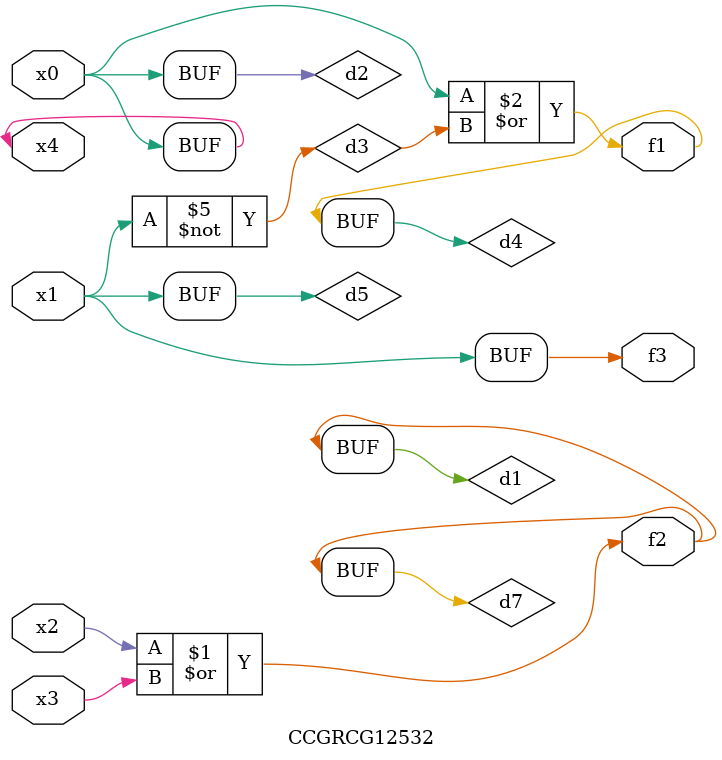
<source format=v>
module CCGRCG12532(
	input x0, x1, x2, x3, x4,
	output f1, f2, f3
);

	wire d1, d2, d3, d4, d5, d6, d7;

	or (d1, x2, x3);
	buf (d2, x0, x4);
	not (d3, x1);
	or (d4, d2, d3);
	not (d5, d3);
	nand (d6, d1, d3);
	or (d7, d1);
	assign f1 = d4;
	assign f2 = d7;
	assign f3 = d5;
endmodule

</source>
